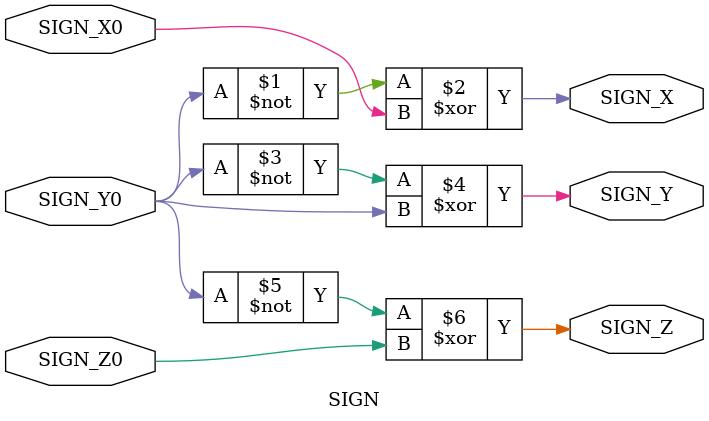
<source format=v>
`timescale 1ns / 1ps


module SIGN(
    input wire SIGN_X0,
    input wire SIGN_Y0,
    input wire SIGN_Z0,
    output wire SIGN_X,
    output wire SIGN_Y,
    output wire SIGN_Z
    );
    
    
    assign SIGN_X = ~SIGN_Y0 ^ SIGN_X0; //SUMA DE ENTRADAS
    assign SIGN_Y = ~SIGN_Y0 ^ SIGN_Y0; //SUMA DE ENTRADAS
    assign SIGN_Z = ~SIGN_Y0 ^ SIGN_Z0; //SUMA DE ENTRADAS
    
endmodule

</source>
